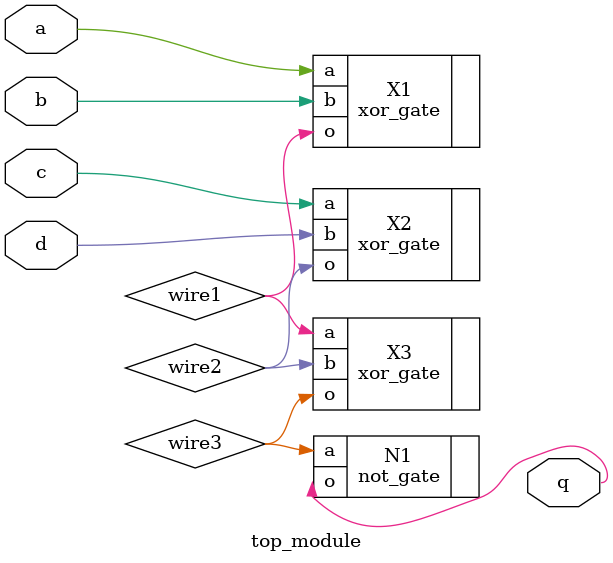
<source format=sv>
module top_module (
  input a, 
  input b, 
  input c, 
  input d,
  output q
);

  wire wire1, wire2, wire3;
  
  xor_gate X1(.a(a), .b(b), .o(wire1));
  xor_gate X2(.a(c), .b(d), .o(wire2));
  xor_gate X3(.a(wire1), .b(wire2), .o(wire3));
  not_gate N1(.a(wire3), .o(q));
  
endmodule

</source>
